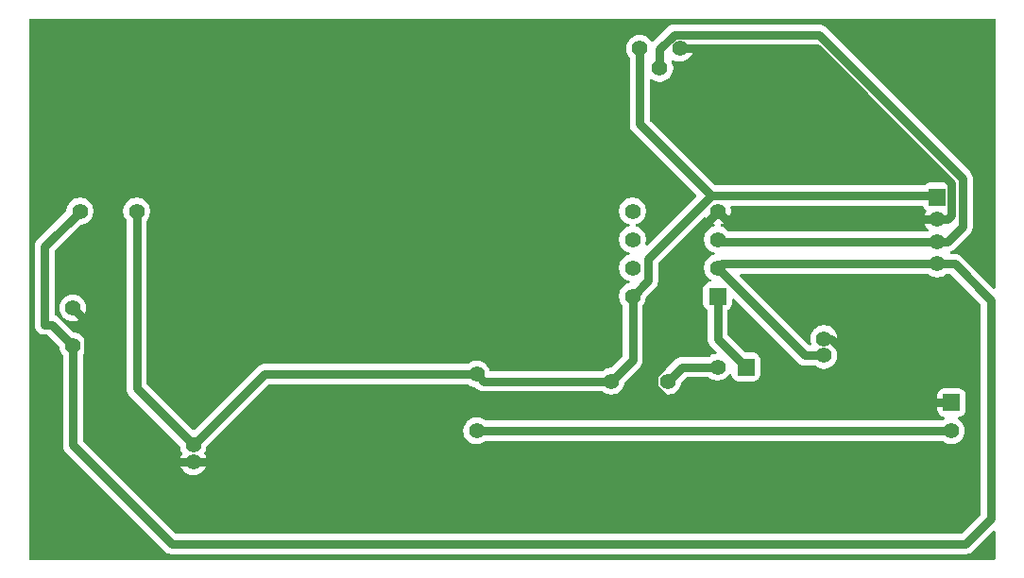
<source format=gbr>
%TF.GenerationSoftware,KiCad,Pcbnew,9.0.3*%
%TF.CreationDate,2025-08-06T00:12:20+07:00*%
%TF.ProjectId,Ujikom,556a696b-6f6d-42e6-9b69-6361645f7063,rev?*%
%TF.SameCoordinates,Original*%
%TF.FileFunction,Copper,L2,Bot*%
%TF.FilePolarity,Positive*%
%FSLAX46Y46*%
G04 Gerber Fmt 4.6, Leading zero omitted, Abs format (unit mm)*
G04 Created by KiCad (PCBNEW 9.0.3) date 2025-08-06 00:12:20*
%MOMM*%
%LPD*%
G01*
G04 APERTURE LIST*
G04 Aperture macros list*
%AMRoundRect*
0 Rectangle with rounded corners*
0 $1 Rounding radius*
0 $2 $3 $4 $5 $6 $7 $8 $9 X,Y pos of 4 corners*
0 Add a 4 corners polygon primitive as box body*
4,1,4,$2,$3,$4,$5,$6,$7,$8,$9,$2,$3,0*
0 Add four circle primitives for the rounded corners*
1,1,$1+$1,$2,$3*
1,1,$1+$1,$4,$5*
1,1,$1+$1,$6,$7*
1,1,$1+$1,$8,$9*
0 Add four rect primitives between the rounded corners*
20,1,$1+$1,$2,$3,$4,$5,0*
20,1,$1+$1,$4,$5,$6,$7,0*
20,1,$1+$1,$6,$7,$8,$9,0*
20,1,$1+$1,$8,$9,$2,$3,0*%
G04 Aperture macros list end*
%TA.AperFunction,WasherPad*%
%ADD10RoundRect,0.250000X-0.550000X-0.550000X0.550000X-0.550000X0.550000X0.550000X-0.550000X0.550000X0*%
%TD*%
%TA.AperFunction,WasherPad*%
%ADD11C,1.400000*%
%TD*%
%TA.AperFunction,WasherPad*%
%ADD12RoundRect,0.250000X-0.550000X0.550000X-0.550000X-0.550000X0.550000X-0.550000X0.550000X0.550000X0*%
%TD*%
%TA.AperFunction,WasherPad*%
%ADD13RoundRect,0.250000X0.550000X0.550000X-0.550000X0.550000X-0.550000X-0.550000X0.550000X-0.550000X0*%
%TD*%
%TA.AperFunction,Conductor*%
%ADD14C,0.800000*%
%TD*%
G04 APERTURE END LIST*
D10*
%TO.P,J1,*%
%TO.N,*%
X237490000Y-71120000D03*
D11*
X237490000Y-73120000D03*
X237490000Y-75120000D03*
X237490000Y-77120000D03*
%TD*%
%TO.P,RV1,*%
%TO.N,*%
X210820000Y-57785000D03*
X212616051Y-59581051D03*
X214412102Y-57785000D03*
%TD*%
D12*
%TO.P,D1,*%
%TO.N,*%
X238760000Y-89535000D03*
D11*
X238760000Y-92075000D03*
%TD*%
D13*
%TO.P,U1,*%
%TO.N,*%
X217800000Y-80010000D03*
D11*
X217800000Y-77470000D03*
X217800000Y-74930000D03*
X217800000Y-72390000D03*
X210180000Y-72390000D03*
X210180000Y-74930000D03*
X210180000Y-77470000D03*
X210180000Y-80010000D03*
%TD*%
%TO.P,R2,*%
%TO.N,*%
X165735000Y-72390000D03*
X160655000Y-72390000D03*
%TD*%
%TO.P,R3,*%
%TO.N,*%
X208280000Y-87630000D03*
X213360000Y-87630000D03*
%TD*%
D13*
%TO.P,D2,*%
%TO.N,*%
X220345000Y-86360000D03*
D11*
X217805000Y-86360000D03*
%TD*%
%TO.P,R4,*%
%TO.N,*%
X160020000Y-84455000D03*
X160020000Y-81055000D03*
%TD*%
%TO.P,R1,*%
%TO.N,*%
X196215000Y-86995000D03*
X196215000Y-92075000D03*
%TD*%
%TO.P,C2,*%
%TO.N,*%
X227330000Y-85320000D03*
X227330000Y-83820000D03*
%TD*%
%TO.P,C1,*%
%TO.N,*%
X170815000Y-93345000D03*
X170815000Y-94845000D03*
%TD*%
D14*
%TO.N,GND*%
X212821108Y-86329000D02*
X212059000Y-87091108D01*
X238766000Y-72798594D02*
X238444594Y-73120000D01*
X238444594Y-73120000D02*
X237490000Y-73120000D01*
X233362500Y-89217500D02*
X233680000Y-89535000D01*
X212757554Y-88867446D02*
X213107608Y-89217500D01*
X218530000Y-73120000D02*
X217800000Y-72390000D01*
X177165000Y-90170000D02*
X211455000Y-90170000D01*
X211455000Y-90170000D02*
X212757554Y-88867446D01*
X214412102Y-57785000D02*
X226707000Y-57785000D01*
X161371000Y-82406000D02*
X161371000Y-91359000D01*
X161371000Y-91359000D02*
X161290000Y-91440000D01*
X212821108Y-77368892D02*
X212821108Y-86329000D01*
X161290000Y-91440000D02*
X164695000Y-94845000D01*
X160020000Y-81055000D02*
X161371000Y-82406000D01*
X164695000Y-94845000D02*
X170815000Y-94845000D01*
X233680000Y-89535000D02*
X238760000Y-89535000D01*
X226707000Y-57785000D02*
X238766000Y-69844000D01*
X213107608Y-89217500D02*
X233362500Y-89217500D01*
X227965000Y-83820000D02*
X233362500Y-89217500D01*
X172490000Y-94845000D02*
X177165000Y-90170000D01*
X170815000Y-94845000D02*
X172490000Y-94845000D01*
X217800000Y-72390000D02*
X212821108Y-77368892D01*
X227330000Y-83820000D02*
X227965000Y-83820000D01*
X212059000Y-87091108D02*
X212059000Y-88168892D01*
X212059000Y-88168892D02*
X212757554Y-88867446D01*
X238766000Y-69844000D02*
X238766000Y-72798594D01*
X237490000Y-73120000D02*
X218530000Y-73120000D01*
%TO.N,+5V*%
X196850000Y-87630000D02*
X196215000Y-86995000D01*
X210180000Y-85730000D02*
X210180000Y-80010000D01*
X196215000Y-86995000D02*
X177165000Y-86995000D01*
X165735000Y-72390000D02*
X165735000Y-88265000D01*
X211581000Y-76627686D02*
X211581000Y-78609000D01*
X208280000Y-87630000D02*
X210180000Y-85730000D01*
X210820000Y-57785000D02*
X210820000Y-64589314D01*
X237490000Y-71120000D02*
X237359000Y-70989000D01*
X237359000Y-70989000D02*
X217219686Y-70989000D01*
X177165000Y-86995000D02*
X170815000Y-93345000D01*
X217219686Y-70989000D02*
X211581000Y-76627686D01*
X210820000Y-64589314D02*
X217219686Y-70989000D01*
X208280000Y-87630000D02*
X196850000Y-87630000D01*
X165735000Y-88265000D02*
X170815000Y-93345000D01*
X211581000Y-78609000D02*
X210180000Y-80010000D01*
%TO.N,Net-(J1-Pin_4)*%
X168910000Y-102235000D02*
X160020000Y-93345000D01*
X218150000Y-77120000D02*
X217800000Y-77470000D01*
X217800000Y-77470000D02*
X225650000Y-85320000D01*
X225650000Y-85320000D02*
X227330000Y-85320000D01*
X240030000Y-102235000D02*
X168910000Y-102235000D01*
X160020000Y-84455000D02*
X158115000Y-82550000D01*
X237490000Y-77120000D02*
X239045000Y-77120000D01*
X157480000Y-82550000D02*
X157480000Y-75565000D01*
X239045000Y-77120000D02*
X242304000Y-80379000D01*
X237490000Y-77120000D02*
X218150000Y-77120000D01*
X160020000Y-93345000D02*
X160020000Y-84455000D01*
X242304000Y-99961000D02*
X240030000Y-102235000D01*
X158115000Y-82550000D02*
X157480000Y-82550000D01*
X157480000Y-75565000D02*
X160655000Y-72390000D01*
X242304000Y-80379000D02*
X242304000Y-99961000D01*
%TO.N,Net-(D1-A)*%
X196215000Y-92075000D02*
X238760000Y-92075000D01*
%TO.N,Net-(D2-K)*%
X217800000Y-83815000D02*
X220345000Y-86360000D01*
X217800000Y-80010000D02*
X217800000Y-83815000D01*
%TO.N,Net-(D2-A)*%
X217805000Y-86360000D02*
X214630000Y-86360000D01*
X214630000Y-86360000D02*
X213360000Y-87630000D01*
%TO.N,Net-(J1-Pin_3)*%
X238444594Y-75120000D02*
X237490000Y-75120000D01*
X239767000Y-73797594D02*
X238444594Y-75120000D01*
X237490000Y-75120000D02*
X217990000Y-75120000D01*
X213902205Y-56554000D02*
X226891628Y-56554000D01*
X212616051Y-57840154D02*
X213902205Y-56554000D01*
X239767000Y-69429372D02*
X239767000Y-73797594D01*
X212616051Y-59581051D02*
X212616051Y-57840154D01*
X217990000Y-75120000D02*
X217800000Y-74930000D01*
X226891628Y-56554000D02*
X239767000Y-69429372D01*
%TD*%
%TA.AperFunction,Conductor*%
%TO.N,GND*%
G36*
X242647539Y-55130185D02*
G01*
X242693294Y-55182989D01*
X242704500Y-55234500D01*
X242704500Y-79206637D01*
X242684815Y-79273676D01*
X242632011Y-79319431D01*
X242562853Y-79329375D01*
X242499297Y-79300350D01*
X242492819Y-79294318D01*
X239619038Y-76420537D01*
X239597962Y-76406454D01*
X239535950Y-76365020D01*
X239471547Y-76321987D01*
X239389606Y-76288046D01*
X239384311Y-76285853D01*
X239384306Y-76285850D01*
X239307666Y-76254105D01*
X239307658Y-76254103D01*
X239133696Y-76219500D01*
X239133692Y-76219500D01*
X239133691Y-76219500D01*
X238766677Y-76219500D01*
X238755865Y-76216325D01*
X238744663Y-76217530D01*
X238722941Y-76206657D01*
X238699638Y-76199815D01*
X238692260Y-76191301D01*
X238682183Y-76186257D01*
X238669786Y-76165364D01*
X238653883Y-76147011D01*
X238652279Y-76135859D01*
X238646529Y-76126168D01*
X238647395Y-76101893D01*
X238643939Y-76077853D01*
X238648619Y-76067603D01*
X238649022Y-76056343D01*
X238662873Y-76036392D01*
X238672964Y-76014297D01*
X238683477Y-76006715D01*
X238688869Y-75998950D01*
X238719222Y-75980939D01*
X238796186Y-75949060D01*
X238871141Y-75918013D01*
X238959553Y-75858936D01*
X239018630Y-75819464D01*
X240466464Y-74371629D01*
X240499634Y-74321987D01*
X240565013Y-74224141D01*
X240603184Y-74131988D01*
X240632895Y-74060260D01*
X240667500Y-73886285D01*
X240667500Y-73708902D01*
X240667500Y-69340681D01*
X240632895Y-69166706D01*
X240567339Y-69008443D01*
X240565695Y-69003846D01*
X240466465Y-68855338D01*
X240466464Y-68855337D01*
X240341035Y-68729908D01*
X227465664Y-55854536D01*
X227465663Y-55854535D01*
X227465658Y-55854531D01*
X227411250Y-55818178D01*
X227411244Y-55818175D01*
X227406587Y-55815063D01*
X227318175Y-55755987D01*
X227236234Y-55722046D01*
X227154294Y-55688105D01*
X227154286Y-55688103D01*
X226980324Y-55653500D01*
X226980320Y-55653500D01*
X226980319Y-55653500D01*
X213813514Y-55653500D01*
X213813511Y-55653500D01*
X213639546Y-55688103D01*
X213639537Y-55688106D01*
X213475664Y-55755983D01*
X213475651Y-55755990D01*
X213328171Y-55854534D01*
X213328169Y-55854537D01*
X212025227Y-57157476D01*
X211963904Y-57190961D01*
X211894212Y-57185977D01*
X211838279Y-57144105D01*
X211837228Y-57142681D01*
X211802513Y-57094901D01*
X211735690Y-57002927D01*
X211602073Y-56869310D01*
X211449199Y-56758240D01*
X211280836Y-56672454D01*
X211101118Y-56614059D01*
X210914486Y-56584500D01*
X210914481Y-56584500D01*
X210725519Y-56584500D01*
X210725514Y-56584500D01*
X210538881Y-56614059D01*
X210359163Y-56672454D01*
X210190800Y-56758240D01*
X210103579Y-56821610D01*
X210037927Y-56869310D01*
X210037925Y-56869312D01*
X210037924Y-56869312D01*
X209904312Y-57002924D01*
X209904312Y-57002925D01*
X209904310Y-57002927D01*
X209856610Y-57068579D01*
X209793240Y-57155800D01*
X209707454Y-57324163D01*
X209649059Y-57503881D01*
X209619500Y-57690513D01*
X209619500Y-57879486D01*
X209649059Y-58066118D01*
X209707454Y-58245836D01*
X209793240Y-58414199D01*
X209895819Y-58555386D01*
X209919298Y-58621189D01*
X209919500Y-58628269D01*
X209919500Y-64678010D01*
X209954103Y-64851972D01*
X209954105Y-64851980D01*
X209985526Y-64927838D01*
X209985529Y-64927843D01*
X209988046Y-64933920D01*
X210021987Y-65015861D01*
X210081063Y-65104273D01*
X210084169Y-65108921D01*
X210084172Y-65108927D01*
X210120534Y-65163348D01*
X215858504Y-70901318D01*
X215891989Y-70962641D01*
X215887005Y-71032333D01*
X215858504Y-71076680D01*
X211536570Y-75398614D01*
X211475247Y-75432099D01*
X211405555Y-75427115D01*
X211349622Y-75385243D01*
X211325205Y-75319779D01*
X211330959Y-75272613D01*
X211350938Y-75211125D01*
X211350938Y-75211123D01*
X211350940Y-75211118D01*
X211376452Y-75050040D01*
X211380500Y-75024486D01*
X211380500Y-74835513D01*
X211350940Y-74648881D01*
X211292545Y-74469163D01*
X211219941Y-74326670D01*
X211206760Y-74300801D01*
X211095690Y-74147927D01*
X210962073Y-74014310D01*
X210809199Y-73903240D01*
X210775923Y-73886285D01*
X210640836Y-73817454D01*
X210566472Y-73793291D01*
X210519195Y-73777930D01*
X210461521Y-73738493D01*
X210434323Y-73674134D01*
X210446238Y-73605288D01*
X210493482Y-73553812D01*
X210519194Y-73542069D01*
X210640832Y-73502547D01*
X210809199Y-73416760D01*
X210962073Y-73305690D01*
X211095690Y-73172073D01*
X211206760Y-73019199D01*
X211292547Y-72850832D01*
X211350940Y-72671118D01*
X211352833Y-72659168D01*
X211380500Y-72484486D01*
X211380500Y-72295513D01*
X211350940Y-72108881D01*
X211312096Y-71989334D01*
X211292547Y-71929168D01*
X211292545Y-71929165D01*
X211292545Y-71929163D01*
X211206759Y-71760800D01*
X211095690Y-71607927D01*
X210962073Y-71474310D01*
X210809199Y-71363240D01*
X210640836Y-71277454D01*
X210461118Y-71219059D01*
X210274486Y-71189500D01*
X210274481Y-71189500D01*
X210085519Y-71189500D01*
X210085514Y-71189500D01*
X209898881Y-71219059D01*
X209719163Y-71277454D01*
X209550800Y-71363240D01*
X209463579Y-71426610D01*
X209397927Y-71474310D01*
X209397925Y-71474312D01*
X209397924Y-71474312D01*
X209264312Y-71607924D01*
X209264312Y-71607925D01*
X209264310Y-71607927D01*
X209216610Y-71673579D01*
X209153240Y-71760800D01*
X209067454Y-71929163D01*
X209009059Y-72108881D01*
X208979500Y-72295513D01*
X208979500Y-72484486D01*
X209009059Y-72671118D01*
X209067454Y-72850836D01*
X209125999Y-72965736D01*
X209153240Y-73019199D01*
X209264310Y-73172073D01*
X209397927Y-73305690D01*
X209550801Y-73416760D01*
X209630347Y-73457290D01*
X209719163Y-73502545D01*
X209719165Y-73502545D01*
X209719168Y-73502547D01*
X209808734Y-73531649D01*
X209840803Y-73542069D01*
X209898478Y-73581507D01*
X209925676Y-73645866D01*
X209913761Y-73714712D01*
X209866516Y-73766188D01*
X209840803Y-73777931D01*
X209719163Y-73817454D01*
X209550800Y-73903240D01*
X209463579Y-73966610D01*
X209397927Y-74014310D01*
X209397925Y-74014312D01*
X209397924Y-74014312D01*
X209264312Y-74147924D01*
X209264312Y-74147925D01*
X209264310Y-74147927D01*
X209264306Y-74147933D01*
X209153240Y-74300800D01*
X209067454Y-74469163D01*
X209009059Y-74648881D01*
X208979500Y-74835513D01*
X208979500Y-75024486D01*
X209009059Y-75211118D01*
X209067454Y-75390836D01*
X209153240Y-75559199D01*
X209264310Y-75712073D01*
X209397927Y-75845690D01*
X209550801Y-75956760D01*
X209598255Y-75980939D01*
X209719163Y-76042545D01*
X209719165Y-76042545D01*
X209719168Y-76042547D01*
X209796282Y-76067603D01*
X209840803Y-76082069D01*
X209898478Y-76121507D01*
X209925676Y-76185866D01*
X209913761Y-76254712D01*
X209866516Y-76306188D01*
X209840803Y-76317931D01*
X209719163Y-76357454D01*
X209550800Y-76443240D01*
X209463579Y-76506610D01*
X209397927Y-76554310D01*
X209397925Y-76554312D01*
X209397924Y-76554312D01*
X209264312Y-76687924D01*
X209264312Y-76687925D01*
X209264310Y-76687927D01*
X209216610Y-76753579D01*
X209153240Y-76840800D01*
X209067454Y-77009163D01*
X209009059Y-77188881D01*
X208979500Y-77375513D01*
X208979500Y-77564486D01*
X209009059Y-77751118D01*
X209067454Y-77930836D01*
X209125743Y-78045233D01*
X209153240Y-78099199D01*
X209264310Y-78252073D01*
X209397927Y-78385690D01*
X209550801Y-78496760D01*
X209597017Y-78520308D01*
X209719163Y-78582545D01*
X209719165Y-78582545D01*
X209719168Y-78582547D01*
X209808734Y-78611649D01*
X209840803Y-78622069D01*
X209898478Y-78661507D01*
X209925676Y-78725866D01*
X209913761Y-78794712D01*
X209866516Y-78846188D01*
X209840803Y-78857931D01*
X209719163Y-78897454D01*
X209550800Y-78983240D01*
X209478807Y-79035547D01*
X209397927Y-79094310D01*
X209397925Y-79094312D01*
X209397924Y-79094312D01*
X209264312Y-79227924D01*
X209264312Y-79227925D01*
X209264310Y-79227927D01*
X209231071Y-79273676D01*
X209153240Y-79380800D01*
X209067454Y-79549163D01*
X209009059Y-79728881D01*
X208979500Y-79915513D01*
X208979500Y-80104486D01*
X209009059Y-80291118D01*
X209067454Y-80470836D01*
X209153240Y-80639199D01*
X209255819Y-80780386D01*
X209279298Y-80846189D01*
X209279500Y-80853269D01*
X209279500Y-85305638D01*
X209259815Y-85372677D01*
X209243181Y-85393319D01*
X208239532Y-86396967D01*
X208178209Y-86430452D01*
X208171249Y-86431759D01*
X207998881Y-86459059D01*
X207819163Y-86517454D01*
X207650800Y-86603240D01*
X207594950Y-86643818D01*
X207509614Y-86705818D01*
X207443810Y-86729298D01*
X207436730Y-86729500D01*
X197481105Y-86729500D01*
X197414066Y-86709815D01*
X197368311Y-86657011D01*
X197363178Y-86643828D01*
X197327547Y-86534168D01*
X197241760Y-86365801D01*
X197130690Y-86212927D01*
X196997073Y-86079310D01*
X196844199Y-85968240D01*
X196806829Y-85949199D01*
X196675836Y-85882454D01*
X196496118Y-85824059D01*
X196309486Y-85794500D01*
X196309481Y-85794500D01*
X196120519Y-85794500D01*
X196120514Y-85794500D01*
X195933881Y-85824059D01*
X195754163Y-85882454D01*
X195585800Y-85968240D01*
X195515296Y-86019465D01*
X195444614Y-86070818D01*
X195378810Y-86094298D01*
X195371730Y-86094500D01*
X177076303Y-86094500D01*
X176902341Y-86129103D01*
X176902329Y-86129106D01*
X176820392Y-86163045D01*
X176820393Y-86163046D01*
X176738455Y-86196985D01*
X176650040Y-86256063D01*
X176650039Y-86256064D01*
X176590961Y-86295537D01*
X170902680Y-91983818D01*
X170841357Y-92017303D01*
X170771665Y-92012319D01*
X170727318Y-91983818D01*
X166671819Y-87928319D01*
X166638334Y-87866996D01*
X166635500Y-87840638D01*
X166635500Y-73233269D01*
X166655185Y-73166230D01*
X166659160Y-73160413D01*
X166761760Y-73019199D01*
X166847547Y-72850832D01*
X166905940Y-72671118D01*
X166907833Y-72659168D01*
X166935500Y-72484486D01*
X166935500Y-72295513D01*
X166905940Y-72108881D01*
X166867096Y-71989334D01*
X166847547Y-71929168D01*
X166847545Y-71929165D01*
X166847545Y-71929163D01*
X166761759Y-71760800D01*
X166650690Y-71607927D01*
X166517073Y-71474310D01*
X166364199Y-71363240D01*
X166195836Y-71277454D01*
X166016118Y-71219059D01*
X165829486Y-71189500D01*
X165829481Y-71189500D01*
X165640519Y-71189500D01*
X165640514Y-71189500D01*
X165453881Y-71219059D01*
X165274163Y-71277454D01*
X165105800Y-71363240D01*
X165018579Y-71426610D01*
X164952927Y-71474310D01*
X164952925Y-71474312D01*
X164952924Y-71474312D01*
X164819312Y-71607924D01*
X164819312Y-71607925D01*
X164819310Y-71607927D01*
X164771610Y-71673579D01*
X164708240Y-71760800D01*
X164622454Y-71929163D01*
X164564059Y-72108881D01*
X164534500Y-72295513D01*
X164534500Y-72484486D01*
X164564059Y-72671118D01*
X164622454Y-72850836D01*
X164680999Y-72965736D01*
X164708240Y-73019199D01*
X164810819Y-73160386D01*
X164834298Y-73226189D01*
X164834500Y-73233269D01*
X164834500Y-88353696D01*
X164869103Y-88527658D01*
X164869105Y-88527666D01*
X164900526Y-88603524D01*
X164900529Y-88603529D01*
X164903046Y-88609606D01*
X164936987Y-88691547D01*
X164996063Y-88779959D01*
X164999169Y-88784607D01*
X164999172Y-88784613D01*
X165035534Y-88839034D01*
X169581967Y-93385467D01*
X169615452Y-93446790D01*
X169616759Y-93453750D01*
X169644059Y-93626118D01*
X169702454Y-93805836D01*
X169788242Y-93974203D01*
X169823052Y-94022115D01*
X169846532Y-94087921D01*
X169830706Y-94155975D01*
X169823052Y-94167885D01*
X169788242Y-94215796D01*
X169702454Y-94384163D01*
X169644059Y-94563881D01*
X169614500Y-94750513D01*
X169614500Y-94939486D01*
X169644059Y-95126118D01*
X169702454Y-95305836D01*
X169788240Y-95474199D01*
X169899310Y-95627073D01*
X170032927Y-95760690D01*
X170185801Y-95871760D01*
X170265347Y-95912290D01*
X170354163Y-95957545D01*
X170354165Y-95957545D01*
X170354168Y-95957547D01*
X170450497Y-95988846D01*
X170533881Y-96015940D01*
X170720514Y-96045500D01*
X170720519Y-96045500D01*
X170909486Y-96045500D01*
X171096118Y-96015940D01*
X171275832Y-95957547D01*
X171444199Y-95871760D01*
X171597073Y-95760690D01*
X171730690Y-95627073D01*
X171841760Y-95474199D01*
X171927547Y-95305832D01*
X171985940Y-95126118D01*
X172015500Y-94939486D01*
X172015500Y-94750513D01*
X171985940Y-94563881D01*
X171927545Y-94384163D01*
X171841757Y-94215796D01*
X171806948Y-94167886D01*
X171783467Y-94102080D01*
X171799292Y-94034026D01*
X171806948Y-94022114D01*
X171841757Y-93974203D01*
X171841756Y-93974203D01*
X171841760Y-93974199D01*
X171927547Y-93805832D01*
X171985940Y-93626118D01*
X172013240Y-93453750D01*
X172043169Y-93390616D01*
X172048014Y-93385485D01*
X173452986Y-91980513D01*
X195014500Y-91980513D01*
X195014500Y-92169486D01*
X195044059Y-92356118D01*
X195102454Y-92535836D01*
X195188240Y-92704199D01*
X195299310Y-92857073D01*
X195432927Y-92990690D01*
X195585801Y-93101760D01*
X195665347Y-93142290D01*
X195754163Y-93187545D01*
X195754165Y-93187545D01*
X195754168Y-93187547D01*
X195850497Y-93218846D01*
X195933881Y-93245940D01*
X196120514Y-93275500D01*
X196120519Y-93275500D01*
X196309486Y-93275500D01*
X196496118Y-93245940D01*
X196675832Y-93187547D01*
X196844199Y-93101760D01*
X196985385Y-92999181D01*
X197051190Y-92975702D01*
X197058270Y-92975500D01*
X237916730Y-92975500D01*
X237983769Y-92995185D01*
X237989602Y-92999172D01*
X238130801Y-93101760D01*
X238210347Y-93142290D01*
X238299163Y-93187545D01*
X238299165Y-93187545D01*
X238299168Y-93187547D01*
X238395497Y-93218846D01*
X238478881Y-93245940D01*
X238665514Y-93275500D01*
X238665519Y-93275500D01*
X238854486Y-93275500D01*
X239041118Y-93245940D01*
X239220832Y-93187547D01*
X239389199Y-93101760D01*
X239542073Y-92990690D01*
X239675690Y-92857073D01*
X239786760Y-92704199D01*
X239872547Y-92535832D01*
X239930940Y-92356118D01*
X239960500Y-92169486D01*
X239960500Y-91980513D01*
X239930940Y-91793881D01*
X239872545Y-91614163D01*
X239786759Y-91445800D01*
X239675690Y-91292927D01*
X239542073Y-91159310D01*
X239391363Y-91049812D01*
X239348699Y-90994483D01*
X239342720Y-90924869D01*
X239375326Y-90863074D01*
X239436165Y-90828717D01*
X239451634Y-90826139D01*
X239462797Y-90824999D01*
X239629334Y-90769814D01*
X239778656Y-90677712D01*
X239902712Y-90553656D01*
X239994814Y-90404334D01*
X240049999Y-90237797D01*
X240060500Y-90135009D01*
X240060499Y-88934992D01*
X240049999Y-88832203D01*
X239994814Y-88665666D01*
X239902712Y-88516344D01*
X239778656Y-88392288D01*
X239676803Y-88329465D01*
X239629336Y-88300187D01*
X239629331Y-88300185D01*
X239627862Y-88299698D01*
X239462797Y-88245001D01*
X239462795Y-88245000D01*
X239360010Y-88234500D01*
X238159998Y-88234500D01*
X238159981Y-88234501D01*
X238057203Y-88245000D01*
X238057200Y-88245001D01*
X237890668Y-88300185D01*
X237890663Y-88300187D01*
X237741342Y-88392289D01*
X237617289Y-88516342D01*
X237525187Y-88665663D01*
X237525186Y-88665666D01*
X237470001Y-88832203D01*
X237470001Y-88832204D01*
X237470000Y-88832204D01*
X237459500Y-88934983D01*
X237459500Y-90135001D01*
X237459501Y-90135018D01*
X237470000Y-90237796D01*
X237470001Y-90237799D01*
X237525185Y-90404331D01*
X237525186Y-90404334D01*
X237617288Y-90553656D01*
X237741344Y-90677712D01*
X237890666Y-90769814D01*
X238057203Y-90824999D01*
X238068349Y-90826137D01*
X238091923Y-90835755D01*
X238116722Y-90841522D01*
X238123727Y-90848730D01*
X238133038Y-90852529D01*
X238147673Y-90873369D01*
X238165417Y-90891627D01*
X238167413Y-90901479D01*
X238173192Y-90909708D01*
X238174236Y-90935151D01*
X238179293Y-90960105D01*
X238175645Y-90969473D01*
X238176058Y-90979519D01*
X238163182Y-91001485D01*
X238153945Y-91025214D01*
X238143093Y-91035759D01*
X238140727Y-91039798D01*
X238128635Y-91049812D01*
X237989617Y-91150817D01*
X237923810Y-91174298D01*
X237916730Y-91174500D01*
X197058270Y-91174500D01*
X196991231Y-91154815D01*
X196985397Y-91150827D01*
X196844199Y-91048240D01*
X196799008Y-91025214D01*
X196675836Y-90962454D01*
X196496118Y-90904059D01*
X196309486Y-90874500D01*
X196309481Y-90874500D01*
X196120519Y-90874500D01*
X196120514Y-90874500D01*
X195933881Y-90904059D01*
X195754163Y-90962454D01*
X195585800Y-91048240D01*
X195498579Y-91111610D01*
X195432927Y-91159310D01*
X195432925Y-91159312D01*
X195432924Y-91159312D01*
X195299312Y-91292924D01*
X195299312Y-91292925D01*
X195299310Y-91292927D01*
X195251610Y-91358579D01*
X195188240Y-91445800D01*
X195102454Y-91614163D01*
X195044059Y-91793881D01*
X195014500Y-91980513D01*
X173452986Y-91980513D01*
X177501681Y-87931819D01*
X177563004Y-87898334D01*
X177589362Y-87895500D01*
X195371730Y-87895500D01*
X195438769Y-87915185D01*
X195444602Y-87919172D01*
X195585801Y-88021760D01*
X195665347Y-88062290D01*
X195754163Y-88107545D01*
X195754165Y-88107545D01*
X195754168Y-88107547D01*
X195933882Y-88165940D01*
X196106249Y-88193240D01*
X196169384Y-88223169D01*
X196174516Y-88228015D01*
X196246686Y-88300185D01*
X196275966Y-88329465D01*
X196349208Y-88378404D01*
X196423453Y-88428013D01*
X196471452Y-88447895D01*
X196587334Y-88495895D01*
X196747021Y-88527658D01*
X196761304Y-88530499D01*
X196761308Y-88530500D01*
X196761309Y-88530500D01*
X207436730Y-88530500D01*
X207503769Y-88550185D01*
X207509602Y-88554172D01*
X207650801Y-88656760D01*
X207719075Y-88691547D01*
X207819163Y-88742545D01*
X207819165Y-88742545D01*
X207819168Y-88742547D01*
X207915497Y-88773846D01*
X207998881Y-88800940D01*
X208185514Y-88830500D01*
X208185519Y-88830500D01*
X208374486Y-88830500D01*
X208561118Y-88800940D01*
X208740832Y-88742547D01*
X208909199Y-88656760D01*
X209062073Y-88545690D01*
X209195690Y-88412073D01*
X209306760Y-88259199D01*
X209392547Y-88090832D01*
X209450940Y-87911118D01*
X209478240Y-87738749D01*
X209508169Y-87675615D01*
X209513014Y-87670484D01*
X210879464Y-86304035D01*
X210886853Y-86292975D01*
X210901331Y-86271310D01*
X210901331Y-86271309D01*
X210919457Y-86244182D01*
X210978013Y-86156547D01*
X211002540Y-86097334D01*
X211045895Y-85992666D01*
X211080500Y-85818692D01*
X211080500Y-85641308D01*
X211080500Y-80853269D01*
X211100185Y-80786230D01*
X211104160Y-80780413D01*
X211206760Y-80639199D01*
X211292547Y-80470832D01*
X211350940Y-80291118D01*
X211378240Y-80118751D01*
X211408169Y-80055616D01*
X211413014Y-80050485D01*
X212280464Y-79183036D01*
X212329599Y-79109500D01*
X212379013Y-79035547D01*
X212436213Y-78897453D01*
X212446895Y-78871666D01*
X212481500Y-78697692D01*
X212481500Y-78520308D01*
X212481500Y-77052047D01*
X212501185Y-76985008D01*
X212517814Y-76964371D01*
X216547835Y-72934349D01*
X216609156Y-72900866D01*
X216678848Y-72905850D01*
X216734781Y-72947722D01*
X216745998Y-72965736D01*
X216773238Y-73019196D01*
X216773240Y-73019199D01*
X216884310Y-73172073D01*
X217017927Y-73305690D01*
X217170801Y-73416760D01*
X217250347Y-73457290D01*
X217339163Y-73502545D01*
X217339165Y-73502545D01*
X217339168Y-73502547D01*
X217428734Y-73531649D01*
X217460803Y-73542069D01*
X217518478Y-73581507D01*
X217545676Y-73645866D01*
X217533761Y-73714712D01*
X217486516Y-73766188D01*
X217460803Y-73777931D01*
X217339163Y-73817454D01*
X217170800Y-73903240D01*
X217083579Y-73966610D01*
X217017927Y-74014310D01*
X217017925Y-74014312D01*
X217017924Y-74014312D01*
X216884312Y-74147924D01*
X216884312Y-74147925D01*
X216884310Y-74147927D01*
X216884306Y-74147933D01*
X216773240Y-74300800D01*
X216687454Y-74469163D01*
X216629059Y-74648881D01*
X216599500Y-74835513D01*
X216599500Y-75024486D01*
X216629059Y-75211118D01*
X216687454Y-75390836D01*
X216773240Y-75559199D01*
X216884310Y-75712073D01*
X217017927Y-75845690D01*
X217170801Y-75956760D01*
X217218255Y-75980939D01*
X217339163Y-76042545D01*
X217339165Y-76042545D01*
X217339168Y-76042547D01*
X217416282Y-76067603D01*
X217460803Y-76082069D01*
X217518478Y-76121507D01*
X217545676Y-76185866D01*
X217533761Y-76254712D01*
X217486516Y-76306188D01*
X217460803Y-76317931D01*
X217339163Y-76357454D01*
X217170800Y-76443240D01*
X217083579Y-76506610D01*
X217017927Y-76554310D01*
X217017925Y-76554312D01*
X217017924Y-76554312D01*
X216884312Y-76687924D01*
X216884312Y-76687925D01*
X216884310Y-76687927D01*
X216836610Y-76753579D01*
X216773240Y-76840800D01*
X216687454Y-77009163D01*
X216629059Y-77188881D01*
X216599500Y-77375513D01*
X216599500Y-77564486D01*
X216629059Y-77751118D01*
X216687454Y-77930836D01*
X216745743Y-78045233D01*
X216773240Y-78099199D01*
X216884310Y-78252073D01*
X217017927Y-78385690D01*
X217168635Y-78495186D01*
X217211300Y-78550516D01*
X217217279Y-78620130D01*
X217184673Y-78681925D01*
X217123834Y-78716282D01*
X217108352Y-78718862D01*
X217097202Y-78720001D01*
X217097200Y-78720001D01*
X216930668Y-78775185D01*
X216930663Y-78775187D01*
X216781342Y-78867289D01*
X216657289Y-78991342D01*
X216565187Y-79140663D01*
X216565186Y-79140666D01*
X216510001Y-79307203D01*
X216510001Y-79307204D01*
X216510000Y-79307204D01*
X216499500Y-79409983D01*
X216499500Y-80610001D01*
X216499501Y-80610018D01*
X216510000Y-80712796D01*
X216510001Y-80712799D01*
X216540011Y-80803362D01*
X216565186Y-80879334D01*
X216657288Y-81028656D01*
X216781344Y-81152712D01*
X216840596Y-81189258D01*
X216887321Y-81241204D01*
X216899500Y-81294797D01*
X216899500Y-83903696D01*
X216934103Y-84077659D01*
X216934106Y-84077670D01*
X216949730Y-84115387D01*
X216951434Y-84119500D01*
X217001987Y-84241547D01*
X217041392Y-84300520D01*
X217045692Y-84306956D01*
X217045696Y-84306963D01*
X217100532Y-84389031D01*
X217100538Y-84389039D01*
X217676973Y-84965473D01*
X217710458Y-85026796D01*
X217705474Y-85096487D01*
X217663603Y-85152421D01*
X217608691Y-85175627D01*
X217523880Y-85189060D01*
X217344163Y-85247454D01*
X217175800Y-85333240D01*
X217143098Y-85357000D01*
X217034614Y-85435818D01*
X216968810Y-85459298D01*
X216961730Y-85459500D01*
X214541303Y-85459500D01*
X214367341Y-85494103D01*
X214367329Y-85494106D01*
X214285392Y-85528045D01*
X214285393Y-85528046D01*
X214203455Y-85561985D01*
X214144890Y-85601118D01*
X214144889Y-85601119D01*
X214055961Y-85660537D01*
X214055960Y-85660538D01*
X213319532Y-86396967D01*
X213258209Y-86430452D01*
X213251249Y-86431759D01*
X213078881Y-86459059D01*
X212899163Y-86517454D01*
X212730800Y-86603240D01*
X212674950Y-86643818D01*
X212577927Y-86714310D01*
X212577925Y-86714312D01*
X212577924Y-86714312D01*
X212444312Y-86847924D01*
X212444312Y-86847925D01*
X212444310Y-86847927D01*
X212396610Y-86913579D01*
X212333240Y-87000800D01*
X212247454Y-87169163D01*
X212189059Y-87348881D01*
X212159500Y-87535513D01*
X212159500Y-87724486D01*
X212189059Y-87911118D01*
X212247454Y-88090836D01*
X212320655Y-88234500D01*
X212333240Y-88259199D01*
X212444310Y-88412073D01*
X212577927Y-88545690D01*
X212730801Y-88656760D01*
X212799075Y-88691547D01*
X212899163Y-88742545D01*
X212899165Y-88742545D01*
X212899168Y-88742547D01*
X212995497Y-88773846D01*
X213078881Y-88800940D01*
X213265514Y-88830500D01*
X213265519Y-88830500D01*
X213454486Y-88830500D01*
X213641118Y-88800940D01*
X213820832Y-88742547D01*
X213989199Y-88656760D01*
X214142073Y-88545690D01*
X214275690Y-88412073D01*
X214386760Y-88259199D01*
X214472547Y-88090832D01*
X214530940Y-87911118D01*
X214558240Y-87738750D01*
X214588169Y-87675616D01*
X214593014Y-87670485D01*
X214966681Y-87296819D01*
X215028004Y-87263334D01*
X215054362Y-87260500D01*
X216961730Y-87260500D01*
X217028769Y-87280185D01*
X217034602Y-87284172D01*
X217175801Y-87386760D01*
X217255347Y-87427290D01*
X217344163Y-87472545D01*
X217344165Y-87472545D01*
X217344168Y-87472547D01*
X217437000Y-87502710D01*
X217523881Y-87530940D01*
X217710514Y-87560500D01*
X217710519Y-87560500D01*
X217899486Y-87560500D01*
X218086118Y-87530940D01*
X218265832Y-87472547D01*
X218434199Y-87386760D01*
X218587073Y-87275690D01*
X218720690Y-87142073D01*
X218830186Y-86991364D01*
X218885516Y-86948699D01*
X218955129Y-86942720D01*
X219016924Y-86975326D01*
X219051282Y-87036165D01*
X219053862Y-87051647D01*
X219055001Y-87062797D01*
X219055001Y-87062799D01*
X219081271Y-87142075D01*
X219110186Y-87229334D01*
X219202288Y-87378656D01*
X219326344Y-87502712D01*
X219475666Y-87594814D01*
X219642203Y-87649999D01*
X219744991Y-87660500D01*
X220945008Y-87660499D01*
X221047797Y-87649999D01*
X221214334Y-87594814D01*
X221363656Y-87502712D01*
X221487712Y-87378656D01*
X221579814Y-87229334D01*
X221634999Y-87062797D01*
X221645500Y-86960009D01*
X221645499Y-85759992D01*
X221634999Y-85657203D01*
X221579814Y-85490666D01*
X221487712Y-85341344D01*
X221363656Y-85217288D01*
X221214334Y-85125186D01*
X221047797Y-85070001D01*
X221047795Y-85070000D01*
X220945016Y-85059500D01*
X220945009Y-85059500D01*
X220369361Y-85059500D01*
X220302322Y-85039815D01*
X220281680Y-85023181D01*
X218736819Y-83478319D01*
X218703334Y-83416996D01*
X218700500Y-83390638D01*
X218700500Y-81294797D01*
X218720185Y-81227758D01*
X218759403Y-81189258D01*
X218818656Y-81152712D01*
X218942712Y-81028656D01*
X219034814Y-80879334D01*
X219089999Y-80712797D01*
X219100500Y-80610009D01*
X219100499Y-80343359D01*
X219120183Y-80276322D01*
X219172987Y-80230567D01*
X219242146Y-80220623D01*
X219305701Y-80249648D01*
X219312180Y-80255680D01*
X222180535Y-83124034D01*
X224950536Y-85894035D01*
X225024741Y-85968240D01*
X225075966Y-86019465D01*
X225223446Y-86118009D01*
X225223459Y-86118016D01*
X225316476Y-86156544D01*
X225387334Y-86185894D01*
X225387336Y-86185894D01*
X225387341Y-86185896D01*
X225561304Y-86220499D01*
X225561307Y-86220500D01*
X225561309Y-86220500D01*
X226486730Y-86220500D01*
X226553769Y-86240185D01*
X226559602Y-86244172D01*
X226700801Y-86346760D01*
X226780347Y-86387290D01*
X226869163Y-86432545D01*
X226869165Y-86432545D01*
X226869168Y-86432547D01*
X226950763Y-86459059D01*
X227048881Y-86490940D01*
X227235514Y-86520500D01*
X227235519Y-86520500D01*
X227424486Y-86520500D01*
X227611118Y-86490940D01*
X227790832Y-86432547D01*
X227959199Y-86346760D01*
X228112073Y-86235690D01*
X228245690Y-86102073D01*
X228356760Y-85949199D01*
X228442547Y-85780832D01*
X228500940Y-85601118D01*
X228507138Y-85561985D01*
X228530500Y-85414486D01*
X228530500Y-85225513D01*
X228500940Y-85038881D01*
X228442545Y-84859163D01*
X228356757Y-84690796D01*
X228321948Y-84642886D01*
X228298467Y-84577080D01*
X228314292Y-84509026D01*
X228321948Y-84497114D01*
X228356757Y-84449203D01*
X228356756Y-84449203D01*
X228356760Y-84449199D01*
X228442547Y-84280832D01*
X228500940Y-84101118D01*
X228504654Y-84077666D01*
X228530500Y-83914486D01*
X228530500Y-83725513D01*
X228500940Y-83538881D01*
X228464990Y-83428240D01*
X228442547Y-83359168D01*
X228442545Y-83359165D01*
X228442545Y-83359163D01*
X228386649Y-83249461D01*
X228356760Y-83190801D01*
X228245690Y-83037927D01*
X228112073Y-82904310D01*
X227959199Y-82793240D01*
X227790836Y-82707454D01*
X227611118Y-82649059D01*
X227424486Y-82619500D01*
X227424481Y-82619500D01*
X227235519Y-82619500D01*
X227235514Y-82619500D01*
X227048881Y-82649059D01*
X226869163Y-82707454D01*
X226700800Y-82793240D01*
X226613579Y-82856610D01*
X226547927Y-82904310D01*
X226547925Y-82904312D01*
X226547924Y-82904312D01*
X226414312Y-83037924D01*
X226414312Y-83037925D01*
X226414310Y-83037927D01*
X226366610Y-83103579D01*
X226303240Y-83190800D01*
X226217454Y-83359163D01*
X226159059Y-83538881D01*
X226129500Y-83725513D01*
X226129500Y-83914486D01*
X226159059Y-84101118D01*
X226188439Y-84191538D01*
X226209769Y-84257183D01*
X226210572Y-84285302D01*
X226214576Y-84313147D01*
X226211556Y-84319758D01*
X226211764Y-84327022D01*
X226197239Y-84351108D01*
X226185551Y-84376703D01*
X226179436Y-84380632D01*
X226175684Y-84386855D01*
X226150440Y-84399267D01*
X226126773Y-84414477D01*
X226116503Y-84415953D01*
X226112984Y-84417684D01*
X226091838Y-84419500D01*
X226074361Y-84419500D01*
X226007322Y-84399815D01*
X225986680Y-84383181D01*
X219835681Y-78232181D01*
X219802196Y-78170858D01*
X219807180Y-78101166D01*
X219849052Y-78045233D01*
X219914516Y-78020816D01*
X219923362Y-78020500D01*
X236646730Y-78020500D01*
X236713769Y-78040185D01*
X236719602Y-78044172D01*
X236860801Y-78146760D01*
X236940347Y-78187290D01*
X237029163Y-78232545D01*
X237029165Y-78232545D01*
X237029168Y-78232547D01*
X237089266Y-78252074D01*
X237208881Y-78290940D01*
X237395514Y-78320500D01*
X237395519Y-78320500D01*
X237584486Y-78320500D01*
X237771118Y-78290940D01*
X237950832Y-78232547D01*
X238119199Y-78146760D01*
X238260385Y-78044181D01*
X238326190Y-78020702D01*
X238333270Y-78020500D01*
X238620638Y-78020500D01*
X238687677Y-78040185D01*
X238708319Y-78056819D01*
X241367181Y-80715681D01*
X241400666Y-80777004D01*
X241403500Y-80803362D01*
X241403500Y-99536638D01*
X241383815Y-99603677D01*
X241367181Y-99624319D01*
X239693319Y-101298181D01*
X239631996Y-101331666D01*
X239605638Y-101334500D01*
X169334361Y-101334500D01*
X169267322Y-101314815D01*
X169246680Y-101298181D01*
X160956819Y-93008319D01*
X160923334Y-92946996D01*
X160920500Y-92920638D01*
X160920500Y-85298269D01*
X160940185Y-85231230D01*
X160944160Y-85225413D01*
X161046760Y-85084199D01*
X161132547Y-84915832D01*
X161190940Y-84736118D01*
X161220500Y-84549486D01*
X161220500Y-84360513D01*
X161190940Y-84173881D01*
X161132545Y-83994163D01*
X161046759Y-83825800D01*
X160935690Y-83672927D01*
X160802073Y-83539310D01*
X160649199Y-83428240D01*
X160480836Y-83342454D01*
X160301118Y-83284059D01*
X160128750Y-83256759D01*
X160065615Y-83226830D01*
X160060467Y-83221967D01*
X158689035Y-81850535D01*
X158689030Y-81850531D01*
X158634618Y-81814175D01*
X158634610Y-81814170D01*
X158629959Y-81811063D01*
X158541547Y-81751987D01*
X158459606Y-81718046D01*
X158453519Y-81715524D01*
X158447741Y-81712377D01*
X158432703Y-81697369D01*
X158402633Y-81673130D01*
X158399759Y-81664491D01*
X158398286Y-81663021D01*
X158396400Y-81654394D01*
X158380578Y-81606833D01*
X158380500Y-81602425D01*
X158380500Y-80960513D01*
X158819500Y-80960513D01*
X158819500Y-81149486D01*
X158849059Y-81336118D01*
X158907454Y-81515836D01*
X158982449Y-81663021D01*
X158993240Y-81684199D01*
X159104310Y-81837073D01*
X159237927Y-81970690D01*
X159390801Y-82081760D01*
X159470347Y-82122290D01*
X159559163Y-82167545D01*
X159559165Y-82167545D01*
X159559168Y-82167547D01*
X159655497Y-82198846D01*
X159738881Y-82225940D01*
X159925514Y-82255500D01*
X159925519Y-82255500D01*
X160114486Y-82255500D01*
X160301118Y-82225940D01*
X160480832Y-82167547D01*
X160649199Y-82081760D01*
X160802073Y-81970690D01*
X160935690Y-81837073D01*
X161046760Y-81684199D01*
X161132547Y-81515832D01*
X161190940Y-81336118D01*
X161205973Y-81241204D01*
X161220500Y-81149486D01*
X161220500Y-80960513D01*
X161190940Y-80773881D01*
X161163846Y-80690497D01*
X161132547Y-80594168D01*
X161132545Y-80594165D01*
X161132545Y-80594163D01*
X161046759Y-80425800D01*
X160935690Y-80272927D01*
X160802073Y-80139310D01*
X160649199Y-80028240D01*
X160480836Y-79942454D01*
X160301118Y-79884059D01*
X160114486Y-79854500D01*
X160114481Y-79854500D01*
X159925519Y-79854500D01*
X159925514Y-79854500D01*
X159738881Y-79884059D01*
X159559163Y-79942454D01*
X159390800Y-80028240D01*
X159360208Y-80050467D01*
X159237927Y-80139310D01*
X159237925Y-80139312D01*
X159237924Y-80139312D01*
X159104312Y-80272924D01*
X159104312Y-80272925D01*
X159104310Y-80272927D01*
X159056610Y-80338579D01*
X158993240Y-80425800D01*
X158907454Y-80594163D01*
X158849059Y-80773881D01*
X158819500Y-80960513D01*
X158380500Y-80960513D01*
X158380500Y-75989362D01*
X158400185Y-75922323D01*
X158416819Y-75901681D01*
X159482987Y-74835513D01*
X160695469Y-73623030D01*
X160756790Y-73589547D01*
X160763751Y-73588240D01*
X160836485Y-73576719D01*
X160936118Y-73560940D01*
X161115832Y-73502547D01*
X161284199Y-73416760D01*
X161437073Y-73305690D01*
X161570690Y-73172073D01*
X161681760Y-73019199D01*
X161767547Y-72850832D01*
X161825940Y-72671118D01*
X161827833Y-72659168D01*
X161855500Y-72484486D01*
X161855500Y-72295513D01*
X161825940Y-72108881D01*
X161787096Y-71989334D01*
X161767547Y-71929168D01*
X161767545Y-71929165D01*
X161767545Y-71929163D01*
X161681759Y-71760800D01*
X161570690Y-71607927D01*
X161437073Y-71474310D01*
X161284199Y-71363240D01*
X161115836Y-71277454D01*
X160936118Y-71219059D01*
X160749486Y-71189500D01*
X160749481Y-71189500D01*
X160560519Y-71189500D01*
X160560514Y-71189500D01*
X160373881Y-71219059D01*
X160194163Y-71277454D01*
X160025800Y-71363240D01*
X159938579Y-71426610D01*
X159872927Y-71474310D01*
X159872925Y-71474312D01*
X159872924Y-71474312D01*
X159739312Y-71607924D01*
X159739312Y-71607925D01*
X159739310Y-71607927D01*
X159691610Y-71673579D01*
X159628240Y-71760800D01*
X159542454Y-71929163D01*
X159484059Y-72108881D01*
X159456759Y-72281249D01*
X159426830Y-72344384D01*
X159421967Y-72349532D01*
X156780538Y-74990960D01*
X156780537Y-74990961D01*
X156744063Y-75045549D01*
X156744059Y-75045555D01*
X156741063Y-75050040D01*
X156681987Y-75138453D01*
X156650496Y-75214481D01*
X156647903Y-75220738D01*
X156647901Y-75220744D01*
X156626416Y-75272613D01*
X156614105Y-75302334D01*
X156592586Y-75410520D01*
X156592586Y-75410521D01*
X156579500Y-75476307D01*
X156579500Y-82638695D01*
X156614103Y-82812658D01*
X156614106Y-82812667D01*
X156681983Y-82976540D01*
X156681990Y-82976553D01*
X156780535Y-83124034D01*
X156780538Y-83124038D01*
X156905961Y-83249461D01*
X156905965Y-83249464D01*
X157053446Y-83348009D01*
X157053459Y-83348016D01*
X157156360Y-83390638D01*
X157217334Y-83415894D01*
X157217336Y-83415894D01*
X157217341Y-83415896D01*
X157391304Y-83450499D01*
X157391307Y-83450500D01*
X157391309Y-83450500D01*
X157690638Y-83450500D01*
X157757677Y-83470185D01*
X157778319Y-83486819D01*
X158786967Y-84495467D01*
X158820452Y-84556790D01*
X158821759Y-84563750D01*
X158849059Y-84736118D01*
X158907454Y-84915836D01*
X158970149Y-85038881D01*
X158993240Y-85084199D01*
X159095819Y-85225386D01*
X159119298Y-85291189D01*
X159119500Y-85298269D01*
X159119500Y-93433696D01*
X159154103Y-93607658D01*
X159154105Y-93607666D01*
X159179759Y-93669601D01*
X159179764Y-93669611D01*
X159181607Y-93674060D01*
X159221987Y-93771547D01*
X159258051Y-93825520D01*
X159302678Y-93892310D01*
X159320537Y-93919038D01*
X159320538Y-93919039D01*
X168210536Y-102809035D01*
X168335965Y-102934464D01*
X168483453Y-103033013D01*
X168531452Y-103052895D01*
X168647334Y-103100895D01*
X168821304Y-103135499D01*
X168821308Y-103135500D01*
X168821309Y-103135500D01*
X240118693Y-103135500D01*
X240118694Y-103135499D01*
X240292666Y-103100895D01*
X240374606Y-103066953D01*
X240456547Y-103033013D01*
X240544959Y-102973936D01*
X240604036Y-102934464D01*
X242492819Y-101045679D01*
X242554142Y-101012195D01*
X242623834Y-101017179D01*
X242679767Y-101059051D01*
X242704184Y-101124515D01*
X242704500Y-101133361D01*
X242704500Y-103515500D01*
X242684815Y-103582539D01*
X242632011Y-103628294D01*
X242580500Y-103639500D01*
X156199500Y-103639500D01*
X156132461Y-103619815D01*
X156086706Y-103567011D01*
X156075500Y-103515500D01*
X156075500Y-55234500D01*
X156095185Y-55167461D01*
X156147989Y-55121706D01*
X156199500Y-55110500D01*
X242580500Y-55110500D01*
X242647539Y-55130185D01*
G37*
%TD.AperFunction*%
%TA.AperFunction,Conductor*%
G36*
X236199602Y-71909185D02*
G01*
X236245357Y-71961989D01*
X236250268Y-71974493D01*
X236255186Y-71989334D01*
X236329855Y-72110393D01*
X236347289Y-72138657D01*
X236471343Y-72262711D01*
X236477011Y-72267193D01*
X236475204Y-72269477D01*
X236513072Y-72311585D01*
X236524288Y-72380549D01*
X236501564Y-72438051D01*
X236463242Y-72490796D01*
X236377454Y-72659163D01*
X236319059Y-72838881D01*
X236289500Y-73025513D01*
X236289500Y-73214486D01*
X236319059Y-73401118D01*
X236377454Y-73580836D01*
X236445668Y-73714712D01*
X236463240Y-73749199D01*
X236574310Y-73902073D01*
X236574312Y-73902075D01*
X236680056Y-74007819D01*
X236713541Y-74069142D01*
X236708557Y-74138834D01*
X236666685Y-74194767D01*
X236601221Y-74219184D01*
X236592375Y-74219500D01*
X218830872Y-74219500D01*
X218763833Y-74199815D01*
X218730555Y-74168386D01*
X218715694Y-74147933D01*
X218715690Y-74147927D01*
X218582073Y-74014310D01*
X218429199Y-73903240D01*
X218395923Y-73886285D01*
X218260836Y-73817454D01*
X218186472Y-73793291D01*
X218139195Y-73777930D01*
X218081521Y-73738493D01*
X218054323Y-73674134D01*
X218066238Y-73605288D01*
X218113482Y-73553812D01*
X218139194Y-73542069D01*
X218260832Y-73502547D01*
X218429199Y-73416760D01*
X218582073Y-73305690D01*
X218715690Y-73172073D01*
X218826760Y-73019199D01*
X218912547Y-72850832D01*
X218970940Y-72671118D01*
X218972833Y-72659168D01*
X219000500Y-72484486D01*
X219000500Y-72295513D01*
X218970940Y-72108881D01*
X218952399Y-72051819D01*
X218950404Y-71981978D01*
X218986484Y-71922145D01*
X219049184Y-71891316D01*
X219070330Y-71889500D01*
X236132563Y-71889500D01*
X236199602Y-71909185D01*
G37*
%TD.AperFunction*%
%TA.AperFunction,Conductor*%
G36*
X238770495Y-72079304D02*
G01*
X238784236Y-72080098D01*
X238801909Y-72092953D01*
X238821952Y-72101662D01*
X238829606Y-72113100D01*
X238840738Y-72121198D01*
X238848655Y-72141568D01*
X238860809Y-72159730D01*
X238864124Y-72181365D01*
X238866051Y-72186321D01*
X238865385Y-72189593D01*
X238866500Y-72196863D01*
X238866500Y-72688626D01*
X238846815Y-72755665D01*
X238794011Y-72801420D01*
X238724853Y-72811364D01*
X238661297Y-72782339D01*
X238624569Y-72726945D01*
X238602547Y-72659168D01*
X238602545Y-72659165D01*
X238602545Y-72659163D01*
X238571423Y-72598083D01*
X238516760Y-72490801D01*
X238512168Y-72484481D01*
X238478435Y-72438050D01*
X238454955Y-72372244D01*
X238470781Y-72304190D01*
X238489877Y-72278695D01*
X238500582Y-72267691D01*
X238508656Y-72262712D01*
X238632712Y-72138656D01*
X238644118Y-72120162D01*
X238653624Y-72110393D01*
X238672657Y-72099658D01*
X238688907Y-72085042D01*
X238702494Y-72082830D01*
X238714482Y-72076070D01*
X238736297Y-72077329D01*
X238757870Y-72073819D01*
X238770495Y-72079304D01*
G37*
%TD.AperFunction*%
%TA.AperFunction,Conductor*%
G36*
X226534305Y-57474185D02*
G01*
X226554947Y-57490819D01*
X238830181Y-69766052D01*
X238863666Y-69827375D01*
X238866500Y-69853733D01*
X238866500Y-70043136D01*
X238846815Y-70110175D01*
X238794011Y-70155930D01*
X238724853Y-70165874D01*
X238661297Y-70136849D01*
X238636963Y-70108235D01*
X238632714Y-70101346D01*
X238508657Y-69977289D01*
X238508656Y-69977288D01*
X238359334Y-69885186D01*
X238192797Y-69830001D01*
X238192795Y-69830000D01*
X238090010Y-69819500D01*
X236889998Y-69819500D01*
X236889981Y-69819501D01*
X236787203Y-69830000D01*
X236787200Y-69830001D01*
X236620668Y-69885185D01*
X236620663Y-69885187D01*
X236471342Y-69977289D01*
X236396451Y-70052181D01*
X236335128Y-70085666D01*
X236308770Y-70088500D01*
X217644047Y-70088500D01*
X217577008Y-70068815D01*
X217556366Y-70052181D01*
X211756819Y-64252633D01*
X211723334Y-64191310D01*
X211720500Y-64164952D01*
X211720500Y-60657658D01*
X211740185Y-60590619D01*
X211792989Y-60544864D01*
X211862147Y-60534920D01*
X211917386Y-60557341D01*
X211986847Y-60607808D01*
X211986849Y-60607809D01*
X211986852Y-60607811D01*
X212063013Y-60646616D01*
X212155214Y-60693596D01*
X212155216Y-60693596D01*
X212155219Y-60693598D01*
X212251548Y-60724897D01*
X212334932Y-60751991D01*
X212521565Y-60781551D01*
X212521570Y-60781551D01*
X212710537Y-60781551D01*
X212897169Y-60751991D01*
X213076883Y-60693598D01*
X213245250Y-60607811D01*
X213398124Y-60496741D01*
X213531741Y-60363124D01*
X213642811Y-60210250D01*
X213728598Y-60041883D01*
X213786991Y-59862169D01*
X213816551Y-59675537D01*
X213816551Y-59486564D01*
X213786991Y-59299932D01*
X213728596Y-59120214D01*
X213670535Y-59006264D01*
X213657639Y-58937595D01*
X213683915Y-58872854D01*
X213741022Y-58832597D01*
X213810827Y-58829605D01*
X213837315Y-58839484D01*
X213951265Y-58897545D01*
X213951267Y-58897545D01*
X213951270Y-58897547D01*
X214047599Y-58928846D01*
X214130983Y-58955940D01*
X214317616Y-58985500D01*
X214317621Y-58985500D01*
X214506588Y-58985500D01*
X214693220Y-58955940D01*
X214705801Y-58951852D01*
X214872934Y-58897547D01*
X215041301Y-58811760D01*
X215194175Y-58700690D01*
X215327792Y-58567073D01*
X215438862Y-58414199D01*
X215524649Y-58245832D01*
X215583042Y-58066118D01*
X215612602Y-57879486D01*
X215612602Y-57690513D01*
X215597933Y-57597898D01*
X215606888Y-57528605D01*
X215651884Y-57475153D01*
X215718635Y-57454513D01*
X215720406Y-57454500D01*
X226467266Y-57454500D01*
X226534305Y-57474185D01*
G37*
%TD.AperFunction*%
%TD*%
M02*

</source>
